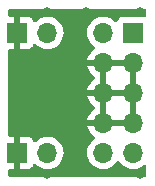
<source format=gbr>
%TF.GenerationSoftware,KiCad,Pcbnew,(6.0.2-0)*%
%TF.CreationDate,2022-02-21T10:23:53+09:00*%
%TF.ProjectId,EurorackPowerForBreadboard,4575726f-7261-4636-9b50-6f776572466f,B*%
%TF.SameCoordinates,Original*%
%TF.FileFunction,Copper,L2,Bot*%
%TF.FilePolarity,Positive*%
%FSLAX46Y46*%
G04 Gerber Fmt 4.6, Leading zero omitted, Abs format (unit mm)*
G04 Created by KiCad (PCBNEW (6.0.2-0)) date 2022-02-21 10:23:53*
%MOMM*%
%LPD*%
G01*
G04 APERTURE LIST*
%TA.AperFunction,ComponentPad*%
%ADD10R,1.700000X1.700000*%
%TD*%
%TA.AperFunction,ComponentPad*%
%ADD11O,1.700000X1.700000*%
%TD*%
%TA.AperFunction,ViaPad*%
%ADD12C,0.800000*%
%TD*%
G04 APERTURE END LIST*
D10*
%TO.P,J3,1,Pin_1*%
%TO.N,+12V*%
X120280000Y-99060000D03*
D11*
%TO.P,J3,2,Pin_2*%
X117740000Y-99060000D03*
%TO.P,J3,3,Pin_3*%
%TO.N,GND*%
X120280000Y-101600000D03*
%TO.P,J3,4,Pin_4*%
X117740000Y-101600000D03*
%TO.P,J3,5,Pin_5*%
X120280000Y-104140000D03*
%TO.P,J3,6,Pin_6*%
X117740000Y-104140000D03*
%TO.P,J3,7,Pin_7*%
X120280000Y-106680000D03*
%TO.P,J3,8,Pin_8*%
X117740000Y-106680000D03*
%TO.P,J3,9,Pin_9*%
%TO.N,-12V*%
X120280000Y-109220000D03*
%TO.P,J3,10,Pin_10*%
X117740000Y-109220000D03*
%TD*%
D10*
%TO.P,J2,1,Pin_1*%
%TO.N,GND*%
X110490000Y-109220000D03*
D11*
%TO.P,J2,2,Pin_2*%
%TO.N,-12V*%
X113030000Y-109220000D03*
%TD*%
D10*
%TO.P,J1,1,Pin_1*%
%TO.N,GND*%
X110490000Y-99060000D03*
D11*
%TO.P,J1,2,Pin_2*%
%TO.N,+12V*%
X113030000Y-99060000D03*
%TD*%
D12*
%TO.N,GND*%
X116332000Y-97282000D03*
X113030000Y-110998000D03*
X111760000Y-104140000D03*
X113030000Y-97282000D03*
X120904000Y-97282000D03*
X120904000Y-110998000D03*
X116332000Y-110744000D03*
%TD*%
%TA.AperFunction,Conductor*%
%TO.N,GND*%
G36*
X121354121Y-97048002D02*
G01*
X121400614Y-97101658D01*
X121412000Y-97154000D01*
X121412000Y-97590818D01*
X121391998Y-97658939D01*
X121338342Y-97705432D01*
X121268068Y-97715536D01*
X121255527Y-97712324D01*
X121255400Y-97712856D01*
X121247716Y-97711029D01*
X121240316Y-97708255D01*
X121178134Y-97701500D01*
X119381866Y-97701500D01*
X119319684Y-97708255D01*
X119183295Y-97759385D01*
X119066739Y-97846739D01*
X118979385Y-97963295D01*
X118976233Y-97971703D01*
X118934919Y-98081907D01*
X118892277Y-98138671D01*
X118825716Y-98163371D01*
X118756367Y-98148163D01*
X118723743Y-98122476D01*
X118673151Y-98066875D01*
X118673142Y-98066866D01*
X118669670Y-98063051D01*
X118665619Y-98059852D01*
X118665615Y-98059848D01*
X118498414Y-97927800D01*
X118498410Y-97927798D01*
X118494359Y-97924598D01*
X118298789Y-97816638D01*
X118293920Y-97814914D01*
X118293916Y-97814912D01*
X118093087Y-97743795D01*
X118093083Y-97743794D01*
X118088212Y-97742069D01*
X118083119Y-97741162D01*
X118083116Y-97741161D01*
X117873373Y-97703800D01*
X117873367Y-97703799D01*
X117868284Y-97702894D01*
X117794452Y-97701992D01*
X117650081Y-97700228D01*
X117650079Y-97700228D01*
X117644911Y-97700165D01*
X117424091Y-97733955D01*
X117211756Y-97803357D01*
X117013607Y-97906507D01*
X117009474Y-97909610D01*
X117009471Y-97909612D01*
X116926450Y-97971946D01*
X116834965Y-98040635D01*
X116795525Y-98081907D01*
X116741280Y-98138671D01*
X116680629Y-98202138D01*
X116554743Y-98386680D01*
X116460688Y-98589305D01*
X116400989Y-98804570D01*
X116377251Y-99026695D01*
X116377548Y-99031848D01*
X116377548Y-99031851D01*
X116383011Y-99126590D01*
X116390110Y-99249715D01*
X116391247Y-99254761D01*
X116391248Y-99254767D01*
X116411119Y-99342939D01*
X116439222Y-99467639D01*
X116523266Y-99674616D01*
X116639987Y-99865088D01*
X116786250Y-100033938D01*
X116958126Y-100176632D01*
X117031955Y-100219774D01*
X117080679Y-100271412D01*
X117093750Y-100341195D01*
X117067019Y-100406967D01*
X117026562Y-100440327D01*
X117018457Y-100444546D01*
X117009738Y-100450036D01*
X116839433Y-100577905D01*
X116831726Y-100584748D01*
X116684590Y-100738717D01*
X116678104Y-100746727D01*
X116558098Y-100922649D01*
X116553000Y-100931623D01*
X116463338Y-101124783D01*
X116459775Y-101134470D01*
X116404389Y-101334183D01*
X116405912Y-101342607D01*
X116418292Y-101346000D01*
X120408000Y-101346000D01*
X120476121Y-101366002D01*
X120522614Y-101419658D01*
X120534000Y-101472000D01*
X120534000Y-106808000D01*
X120513998Y-106876121D01*
X120460342Y-106922614D01*
X120408000Y-106934000D01*
X116423225Y-106934000D01*
X116409694Y-106937973D01*
X116408257Y-106947966D01*
X116438565Y-107082446D01*
X116441645Y-107092275D01*
X116521770Y-107289603D01*
X116526413Y-107298794D01*
X116637694Y-107480388D01*
X116643777Y-107488699D01*
X116783213Y-107649667D01*
X116790580Y-107656883D01*
X116954434Y-107792916D01*
X116962881Y-107798831D01*
X117031969Y-107839203D01*
X117080693Y-107890842D01*
X117093764Y-107960625D01*
X117067033Y-108026396D01*
X117026584Y-108059752D01*
X117013607Y-108066507D01*
X117009474Y-108069610D01*
X117009471Y-108069612D01*
X116938662Y-108122777D01*
X116834965Y-108200635D01*
X116680629Y-108362138D01*
X116554743Y-108546680D01*
X116460688Y-108749305D01*
X116400989Y-108964570D01*
X116377251Y-109186695D01*
X116377548Y-109191848D01*
X116377548Y-109191851D01*
X116383011Y-109286590D01*
X116390110Y-109409715D01*
X116391247Y-109414761D01*
X116391248Y-109414767D01*
X116411119Y-109502939D01*
X116439222Y-109627639D01*
X116523266Y-109834616D01*
X116574019Y-109917438D01*
X116637291Y-110020688D01*
X116639987Y-110025088D01*
X116786250Y-110193938D01*
X116958126Y-110336632D01*
X117151000Y-110449338D01*
X117359692Y-110529030D01*
X117364760Y-110530061D01*
X117364763Y-110530062D01*
X117472017Y-110551883D01*
X117578597Y-110573567D01*
X117583772Y-110573757D01*
X117583774Y-110573757D01*
X117796673Y-110581564D01*
X117796677Y-110581564D01*
X117801837Y-110581753D01*
X117806957Y-110581097D01*
X117806959Y-110581097D01*
X118018288Y-110554025D01*
X118018289Y-110554025D01*
X118023416Y-110553368D01*
X118028366Y-110551883D01*
X118232429Y-110490661D01*
X118232434Y-110490659D01*
X118237384Y-110489174D01*
X118437994Y-110390896D01*
X118619860Y-110261173D01*
X118691095Y-110190187D01*
X118720701Y-110160684D01*
X118778096Y-110103489D01*
X118837594Y-110020689D01*
X118908453Y-109922077D01*
X118909776Y-109923028D01*
X118956645Y-109879857D01*
X119026580Y-109867625D01*
X119092026Y-109895144D01*
X119119875Y-109926994D01*
X119179987Y-110025088D01*
X119326250Y-110193938D01*
X119498126Y-110336632D01*
X119691000Y-110449338D01*
X119899692Y-110529030D01*
X119904760Y-110530061D01*
X119904763Y-110530062D01*
X120012017Y-110551883D01*
X120118597Y-110573567D01*
X120123772Y-110573757D01*
X120123774Y-110573757D01*
X120336673Y-110581564D01*
X120336677Y-110581564D01*
X120341837Y-110581753D01*
X120346957Y-110581097D01*
X120346959Y-110581097D01*
X120558288Y-110554025D01*
X120558289Y-110554025D01*
X120563416Y-110553368D01*
X120568366Y-110551883D01*
X120772429Y-110490661D01*
X120772434Y-110490659D01*
X120777384Y-110489174D01*
X120977994Y-110390896D01*
X121159860Y-110261173D01*
X121163517Y-110257529D01*
X121163523Y-110257524D01*
X121197061Y-110224103D01*
X121259432Y-110190187D01*
X121330239Y-110195376D01*
X121387000Y-110238022D01*
X121411695Y-110304585D01*
X121412000Y-110313354D01*
X121412000Y-111126000D01*
X121391998Y-111194121D01*
X121338342Y-111240614D01*
X121286000Y-111252000D01*
X109854000Y-111252000D01*
X109785879Y-111231998D01*
X109739386Y-111178342D01*
X109728000Y-111126000D01*
X109728000Y-110704000D01*
X109748002Y-110635879D01*
X109801658Y-110589386D01*
X109854000Y-110578000D01*
X110217885Y-110578000D01*
X110233124Y-110573525D01*
X110234329Y-110572135D01*
X110236000Y-110564452D01*
X110236000Y-110559884D01*
X110744000Y-110559884D01*
X110748475Y-110575123D01*
X110749865Y-110576328D01*
X110757548Y-110577999D01*
X111384669Y-110577999D01*
X111391490Y-110577629D01*
X111442352Y-110572105D01*
X111457604Y-110568479D01*
X111578054Y-110523324D01*
X111593649Y-110514786D01*
X111695724Y-110438285D01*
X111708285Y-110425724D01*
X111784786Y-110323649D01*
X111793324Y-110308054D01*
X111834225Y-110198952D01*
X111876867Y-110142188D01*
X111943428Y-110117488D01*
X112012777Y-110132696D01*
X112047444Y-110160684D01*
X112072865Y-110190031D01*
X112072869Y-110190035D01*
X112076250Y-110193938D01*
X112248126Y-110336632D01*
X112441000Y-110449338D01*
X112649692Y-110529030D01*
X112654760Y-110530061D01*
X112654763Y-110530062D01*
X112762017Y-110551883D01*
X112868597Y-110573567D01*
X112873772Y-110573757D01*
X112873774Y-110573757D01*
X113086673Y-110581564D01*
X113086677Y-110581564D01*
X113091837Y-110581753D01*
X113096957Y-110581097D01*
X113096959Y-110581097D01*
X113308288Y-110554025D01*
X113308289Y-110554025D01*
X113313416Y-110553368D01*
X113318366Y-110551883D01*
X113522429Y-110490661D01*
X113522434Y-110490659D01*
X113527384Y-110489174D01*
X113727994Y-110390896D01*
X113909860Y-110261173D01*
X113981095Y-110190187D01*
X114010701Y-110160684D01*
X114068096Y-110103489D01*
X114127594Y-110020689D01*
X114195435Y-109926277D01*
X114198453Y-109922077D01*
X114219320Y-109879857D01*
X114295136Y-109726453D01*
X114295137Y-109726451D01*
X114297430Y-109721811D01*
X114362370Y-109508069D01*
X114391529Y-109286590D01*
X114393156Y-109220000D01*
X114374852Y-108997361D01*
X114320431Y-108780702D01*
X114231354Y-108575840D01*
X114110014Y-108388277D01*
X113959670Y-108223051D01*
X113955619Y-108219852D01*
X113955615Y-108219848D01*
X113788414Y-108087800D01*
X113788410Y-108087798D01*
X113784359Y-108084598D01*
X113588789Y-107976638D01*
X113583920Y-107974914D01*
X113583916Y-107974912D01*
X113383087Y-107903795D01*
X113383083Y-107903794D01*
X113378212Y-107902069D01*
X113373119Y-107901162D01*
X113373116Y-107901161D01*
X113163373Y-107863800D01*
X113163367Y-107863799D01*
X113158284Y-107862894D01*
X113084452Y-107861992D01*
X112940081Y-107860228D01*
X112940079Y-107860228D01*
X112934911Y-107860165D01*
X112714091Y-107893955D01*
X112501756Y-107963357D01*
X112471443Y-107979137D01*
X112313170Y-108061529D01*
X112303607Y-108066507D01*
X112299474Y-108069610D01*
X112299471Y-108069612D01*
X112228662Y-108122777D01*
X112124965Y-108200635D01*
X112121393Y-108204373D01*
X112043898Y-108285466D01*
X111982374Y-108320895D01*
X111911462Y-108317438D01*
X111853676Y-108276192D01*
X111834823Y-108242644D01*
X111793324Y-108131946D01*
X111784786Y-108116351D01*
X111708285Y-108014276D01*
X111695724Y-108001715D01*
X111593649Y-107925214D01*
X111578054Y-107916676D01*
X111457606Y-107871522D01*
X111442351Y-107867895D01*
X111391486Y-107862369D01*
X111384672Y-107862000D01*
X110762115Y-107862000D01*
X110746876Y-107866475D01*
X110745671Y-107867865D01*
X110744000Y-107875548D01*
X110744000Y-110559884D01*
X110236000Y-110559884D01*
X110236000Y-107880116D01*
X110231525Y-107864877D01*
X110230135Y-107863672D01*
X110222452Y-107862001D01*
X109854000Y-107862001D01*
X109785879Y-107841999D01*
X109739386Y-107788343D01*
X109728000Y-107736001D01*
X109728000Y-106414183D01*
X116404389Y-106414183D01*
X116405912Y-106422607D01*
X116418292Y-106426000D01*
X117467885Y-106426000D01*
X117483124Y-106421525D01*
X117484329Y-106420135D01*
X117486000Y-106412452D01*
X117486000Y-106407885D01*
X117994000Y-106407885D01*
X117998475Y-106423124D01*
X117999865Y-106424329D01*
X118007548Y-106426000D01*
X120007885Y-106426000D01*
X120023124Y-106421525D01*
X120024329Y-106420135D01*
X120026000Y-106412452D01*
X120026000Y-104412115D01*
X120021525Y-104396876D01*
X120020135Y-104395671D01*
X120012452Y-104394000D01*
X118012115Y-104394000D01*
X117996876Y-104398475D01*
X117995671Y-104399865D01*
X117994000Y-104407548D01*
X117994000Y-106407885D01*
X117486000Y-106407885D01*
X117486000Y-104412115D01*
X117481525Y-104396876D01*
X117480135Y-104395671D01*
X117472452Y-104394000D01*
X116423225Y-104394000D01*
X116409694Y-104397973D01*
X116408257Y-104407966D01*
X116438565Y-104542446D01*
X116441645Y-104552275D01*
X116521770Y-104749603D01*
X116526413Y-104758794D01*
X116637694Y-104940388D01*
X116643777Y-104948699D01*
X116783213Y-105109667D01*
X116790580Y-105116883D01*
X116954434Y-105252916D01*
X116962881Y-105258831D01*
X117032479Y-105299501D01*
X117081203Y-105351140D01*
X117094274Y-105420923D01*
X117067543Y-105486694D01*
X117027087Y-105520053D01*
X117018462Y-105524542D01*
X117009738Y-105530036D01*
X116839433Y-105657905D01*
X116831726Y-105664748D01*
X116684590Y-105818717D01*
X116678104Y-105826727D01*
X116558098Y-106002649D01*
X116553000Y-106011623D01*
X116463338Y-106204783D01*
X116459775Y-106214470D01*
X116404389Y-106414183D01*
X109728000Y-106414183D01*
X109728000Y-103874183D01*
X116404389Y-103874183D01*
X116405912Y-103882607D01*
X116418292Y-103886000D01*
X117467885Y-103886000D01*
X117483124Y-103881525D01*
X117484329Y-103880135D01*
X117486000Y-103872452D01*
X117486000Y-103867885D01*
X117994000Y-103867885D01*
X117998475Y-103883124D01*
X117999865Y-103884329D01*
X118007548Y-103886000D01*
X120007885Y-103886000D01*
X120023124Y-103881525D01*
X120024329Y-103880135D01*
X120026000Y-103872452D01*
X120026000Y-101872115D01*
X120021525Y-101856876D01*
X120020135Y-101855671D01*
X120012452Y-101854000D01*
X118012115Y-101854000D01*
X117996876Y-101858475D01*
X117995671Y-101859865D01*
X117994000Y-101867548D01*
X117994000Y-103867885D01*
X117486000Y-103867885D01*
X117486000Y-101872115D01*
X117481525Y-101856876D01*
X117480135Y-101855671D01*
X117472452Y-101854000D01*
X116423225Y-101854000D01*
X116409694Y-101857973D01*
X116408257Y-101867966D01*
X116438565Y-102002446D01*
X116441645Y-102012275D01*
X116521770Y-102209603D01*
X116526413Y-102218794D01*
X116637694Y-102400388D01*
X116643777Y-102408699D01*
X116783213Y-102569667D01*
X116790580Y-102576883D01*
X116954434Y-102712916D01*
X116962881Y-102718831D01*
X117032479Y-102759501D01*
X117081203Y-102811140D01*
X117094274Y-102880923D01*
X117067543Y-102946694D01*
X117027087Y-102980053D01*
X117018462Y-102984542D01*
X117009738Y-102990036D01*
X116839433Y-103117905D01*
X116831726Y-103124748D01*
X116684590Y-103278717D01*
X116678104Y-103286727D01*
X116558098Y-103462649D01*
X116553000Y-103471623D01*
X116463338Y-103664783D01*
X116459775Y-103674470D01*
X116404389Y-103874183D01*
X109728000Y-103874183D01*
X109728000Y-100544000D01*
X109748002Y-100475879D01*
X109801658Y-100429386D01*
X109854000Y-100418000D01*
X110217885Y-100418000D01*
X110233124Y-100413525D01*
X110234329Y-100412135D01*
X110236000Y-100404452D01*
X110236000Y-100399884D01*
X110744000Y-100399884D01*
X110748475Y-100415123D01*
X110749865Y-100416328D01*
X110757548Y-100417999D01*
X111384669Y-100417999D01*
X111391490Y-100417629D01*
X111442352Y-100412105D01*
X111457604Y-100408479D01*
X111578054Y-100363324D01*
X111593649Y-100354786D01*
X111695724Y-100278285D01*
X111708285Y-100265724D01*
X111784786Y-100163649D01*
X111793324Y-100148054D01*
X111834225Y-100038952D01*
X111876867Y-99982188D01*
X111943428Y-99957488D01*
X112012777Y-99972696D01*
X112047444Y-100000684D01*
X112072865Y-100030031D01*
X112072869Y-100030035D01*
X112076250Y-100033938D01*
X112248126Y-100176632D01*
X112441000Y-100289338D01*
X112649692Y-100369030D01*
X112654760Y-100370061D01*
X112654763Y-100370062D01*
X112761054Y-100391687D01*
X112868597Y-100413567D01*
X112873772Y-100413757D01*
X112873774Y-100413757D01*
X113086673Y-100421564D01*
X113086677Y-100421564D01*
X113091837Y-100421753D01*
X113096957Y-100421097D01*
X113096959Y-100421097D01*
X113308288Y-100394025D01*
X113308289Y-100394025D01*
X113313416Y-100393368D01*
X113319019Y-100391687D01*
X113522429Y-100330661D01*
X113522434Y-100330659D01*
X113527384Y-100329174D01*
X113727994Y-100230896D01*
X113909860Y-100101173D01*
X114068096Y-99943489D01*
X114127594Y-99860689D01*
X114195435Y-99766277D01*
X114198453Y-99762077D01*
X114297430Y-99561811D01*
X114362370Y-99348069D01*
X114391529Y-99126590D01*
X114393156Y-99060000D01*
X114374852Y-98837361D01*
X114320431Y-98620702D01*
X114231354Y-98415840D01*
X114110014Y-98228277D01*
X113959670Y-98063051D01*
X113955619Y-98059852D01*
X113955615Y-98059848D01*
X113788414Y-97927800D01*
X113788410Y-97927798D01*
X113784359Y-97924598D01*
X113588789Y-97816638D01*
X113583920Y-97814914D01*
X113583916Y-97814912D01*
X113383087Y-97743795D01*
X113383083Y-97743794D01*
X113378212Y-97742069D01*
X113373119Y-97741162D01*
X113373116Y-97741161D01*
X113163373Y-97703800D01*
X113163367Y-97703799D01*
X113158284Y-97702894D01*
X113084452Y-97701992D01*
X112940081Y-97700228D01*
X112940079Y-97700228D01*
X112934911Y-97700165D01*
X112714091Y-97733955D01*
X112501756Y-97803357D01*
X112303607Y-97906507D01*
X112299474Y-97909610D01*
X112299471Y-97909612D01*
X112216450Y-97971946D01*
X112124965Y-98040635D01*
X112121393Y-98044373D01*
X112043898Y-98125466D01*
X111982374Y-98160895D01*
X111911462Y-98157438D01*
X111853676Y-98116192D01*
X111834823Y-98082644D01*
X111793324Y-97971946D01*
X111784786Y-97956351D01*
X111708285Y-97854276D01*
X111695724Y-97841715D01*
X111593649Y-97765214D01*
X111578054Y-97756676D01*
X111457606Y-97711522D01*
X111442351Y-97707895D01*
X111391486Y-97702369D01*
X111384672Y-97702000D01*
X110762115Y-97702000D01*
X110746876Y-97706475D01*
X110745671Y-97707865D01*
X110744000Y-97715548D01*
X110744000Y-100399884D01*
X110236000Y-100399884D01*
X110236000Y-97720116D01*
X110231525Y-97704877D01*
X110230135Y-97703672D01*
X110222452Y-97702001D01*
X109854000Y-97702001D01*
X109785879Y-97681999D01*
X109739386Y-97628343D01*
X109728000Y-97576001D01*
X109728000Y-97154000D01*
X109748002Y-97085879D01*
X109801658Y-97039386D01*
X109854000Y-97028000D01*
X121286000Y-97028000D01*
X121354121Y-97048002D01*
G37*
%TD.AperFunction*%
%TD*%
M02*

</source>
